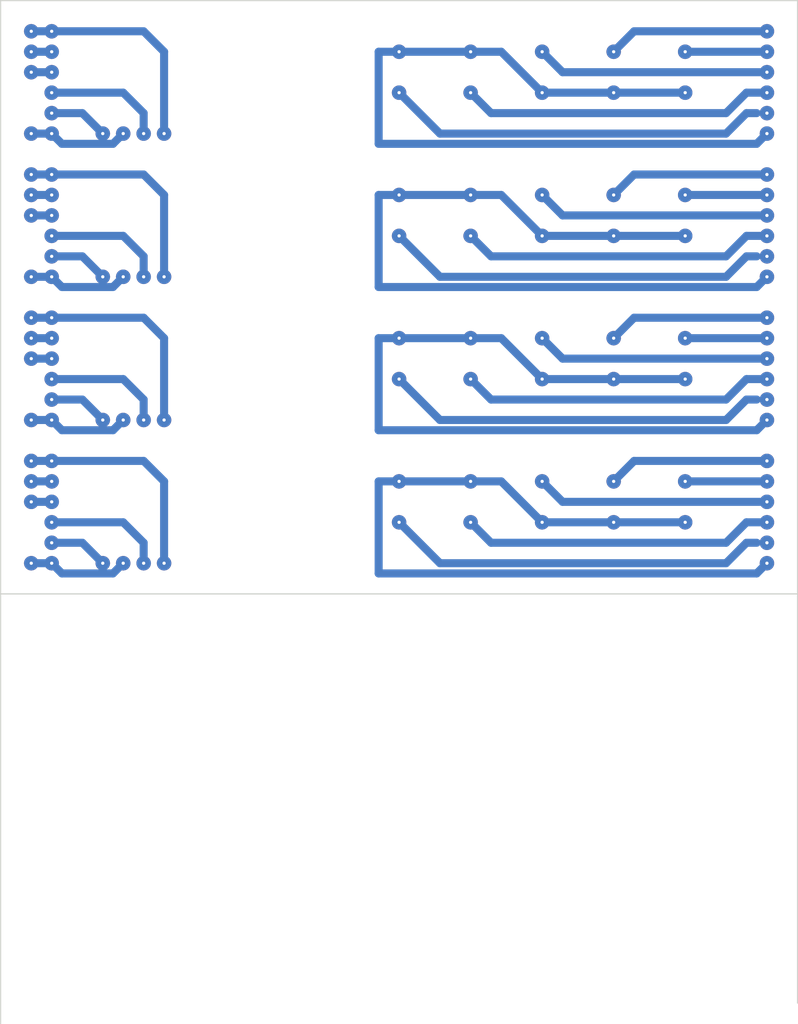
<source format=kicad_pcb>
(kicad_pcb (version 20171130) (host pcbnew "(5.0.1-3-g963ef8bb5)")

  (general
    (thickness 1.6)
    (drawings 5)
    (tracks 260)
    (zones 0)
    (modules 0)
    (nets 1)
  )

  (page A4)
  (layers
    (0 F.Cu signal)
    (31 B.Cu signal)
    (32 B.Adhes user)
    (33 F.Adhes user)
    (34 B.Paste user)
    (35 F.Paste user)
    (36 B.SilkS user)
    (37 F.SilkS user)
    (38 B.Mask user)
    (39 F.Mask user)
    (40 Dwgs.User user)
    (41 Cmts.User user)
    (42 Eco1.User user)
    (43 Eco2.User user)
    (44 Edge.Cuts user)
    (45 Margin user)
    (46 B.CrtYd user)
    (47 F.CrtYd user)
    (48 B.Fab user)
    (49 F.Fab user)
  )

  (setup
    (last_trace_width 1)
    (trace_clearance 0.2)
    (zone_clearance 0.508)
    (zone_45_only no)
    (trace_min 0.2)
    (segment_width 0.2)
    (edge_width 0.15)
    (via_size 1.8)
    (via_drill 0.4)
    (via_min_size 0.4)
    (via_min_drill 0.3)
    (uvia_size 0.3)
    (uvia_drill 0.1)
    (uvias_allowed no)
    (uvia_min_size 0.2)
    (uvia_min_drill 0.1)
    (pcb_text_width 0.3)
    (pcb_text_size 1.5 1.5)
    (mod_edge_width 0.15)
    (mod_text_size 1 1)
    (mod_text_width 0.15)
    (pad_size 1.524 1.524)
    (pad_drill 0.762)
    (pad_to_mask_clearance 0.051)
    (solder_mask_min_width 0.25)
    (aux_axis_origin 0 0)
    (visible_elements FFFFFF7F)
    (pcbplotparams
      (layerselection 0x010fc_ffffffff)
      (usegerberextensions false)
      (usegerberattributes false)
      (usegerberadvancedattributes false)
      (creategerberjobfile false)
      (excludeedgelayer true)
      (linewidth 0.150000)
      (plotframeref false)
      (viasonmask false)
      (mode 1)
      (useauxorigin false)
      (hpglpennumber 1)
      (hpglpenspeed 20)
      (hpglpendiameter 15.000000)
      (psnegative false)
      (psa4output false)
      (plotreference true)
      (plotvalue true)
      (plotinvisibletext false)
      (padsonsilk false)
      (subtractmaskfromsilk false)
      (outputformat 1)
      (mirror false)
      (drillshape 1)
      (scaleselection 1)
      (outputdirectory ""))
  )

  (net 0 "")

  (net_class Default "This is the default net class."
    (clearance 0.2)
    (trace_width 1)
    (via_dia 1.8)
    (via_drill 0.4)
    (uvia_dia 0.3)
    (uvia_drill 0.1)
  )

  (net_class neti ""
    (clearance 0.2)
    (trace_width 0.8)
    (via_dia 3)
    (via_drill 0.4)
    (uvia_dia 0.3)
    (uvia_drill 0.1)
  )

  (gr_line (start 57.15 91.44) (end 43.18 91.44) (layer Edge.Cuts) (width 0.15))
  (gr_line (start 57.15 91.44) (end 142.24 91.44) (layer Edge.Cuts) (width 0.15))
  (gr_line (start 142.24 17.78) (end 142.24 142.24) (layer Edge.Cuts) (width 0.15))
  (gr_line (start 43.18 17.78) (end 142.24 17.78) (layer Edge.Cuts) (width 0.15))
  (gr_line (start 43.18 144.78) (end 43.18 17.78) (layer Edge.Cuts) (width 0.15))

  (via (at 49.53 21.59) (size 1.8) (drill 0.4) (layers F.Cu B.Cu) (net 0))
  (via (at 49.53 24.13) (size 1.8) (drill 0.4) (layers F.Cu B.Cu) (net 0))
  (via (at 49.53 26.67) (size 1.8) (drill 0.4) (layers F.Cu B.Cu) (net 0))
  (via (at 49.53 29.21) (size 1.8) (drill 0.4) (layers F.Cu B.Cu) (net 0))
  (via (at 49.53 31.75) (size 1.8) (drill 0.4) (layers F.Cu B.Cu) (net 0))
  (via (at 49.53 34.29) (size 1.8) (drill 0.4) (layers F.Cu B.Cu) (net 0))
  (via (at 55.88 34.29) (size 1.8) (drill 0.4) (layers F.Cu B.Cu) (net 0))
  (via (at 58.42 34.29) (size 1.8) (drill 0.4) (layers F.Cu B.Cu) (net 0))
  (via (at 60.96 34.29) (size 1.8) (drill 0.4) (layers F.Cu B.Cu) (net 0))
  (via (at 63.5 34.29) (size 1.8) (drill 0.4) (layers F.Cu B.Cu) (net 0))
  (via (at 138.43 21.59) (size 1.8) (drill 0.4) (layers F.Cu B.Cu) (net 0))
  (via (at 138.43 24.13) (size 1.8) (drill 0.4) (layers F.Cu B.Cu) (net 0))
  (via (at 138.43 26.67) (size 1.8) (drill 0.4) (layers F.Cu B.Cu) (net 0))
  (via (at 138.43 29.21) (size 1.8) (drill 0.4) (layers F.Cu B.Cu) (net 0))
  (via (at 138.43 31.75) (size 1.8) (drill 0.4) (layers F.Cu B.Cu) (net 0))
  (via (at 138.43 34.29) (size 1.8) (drill 0.4) (layers F.Cu B.Cu) (net 0))
  (via (at 128.27 24.13) (size 1.8) (drill 0.4) (layers F.Cu B.Cu) (net 0))
  (via (at 119.38 24.13) (size 1.8) (drill 0.4) (layers F.Cu B.Cu) (net 0))
  (via (at 110.49 24.13) (size 1.8) (drill 0.4) (layers F.Cu B.Cu) (net 0))
  (via (at 101.6 24.13) (size 1.8) (drill 0.4) (layers F.Cu B.Cu) (net 0))
  (via (at 92.71 24.13) (size 1.8) (drill 0.4) (layers F.Cu B.Cu) (net 0))
  (via (at 128.27 29.21) (size 1.8) (drill 0.4) (layers F.Cu B.Cu) (net 0))
  (via (at 119.38 29.21) (size 1.8) (drill 0.4) (layers F.Cu B.Cu) (net 0))
  (via (at 110.49 29.21) (size 1.8) (drill 0.4) (layers F.Cu B.Cu) (net 0))
  (via (at 101.6 29.21) (size 1.8) (drill 0.4) (layers F.Cu B.Cu) (net 0))
  (via (at 92.71 29.21) (size 1.8) (drill 0.4) (layers F.Cu B.Cu) (net 0))
  (segment (start 138.43 24.13) (end 128.27 24.13) (width 1) (layer B.Cu) (net 0))
  (segment (start 138.43 21.59) (end 121.92 21.59) (width 1) (layer B.Cu) (net 0))
  (segment (start 121.92 21.59) (end 119.38 24.13) (width 1) (layer B.Cu) (net 0))
  (segment (start 138.43 26.67) (end 113.03 26.67) (width 1) (layer B.Cu) (net 0))
  (segment (start 113.03 26.67) (end 110.49 24.13) (width 1) (layer B.Cu) (net 0))
  (segment (start 105.41 24.13) (end 110.49 29.21) (width 1) (layer B.Cu) (net 0))
  (segment (start 101.6 24.13) (end 105.41 24.13) (width 1) (layer B.Cu) (net 0))
  (segment (start 110.49 29.21) (end 128.27 29.21) (width 1) (layer B.Cu) (net 0))
  (segment (start 104.14 31.75) (end 101.6 29.21) (width 1) (layer B.Cu) (net 0))
  (segment (start 133.35 31.75) (end 135.89 29.21) (width 1) (layer B.Cu) (net 0))
  (segment (start 133.35 31.75) (end 104.14 31.75) (width 1) (layer B.Cu) (net 0))
  (segment (start 135.89 29.21) (end 138.43 29.21) (width 1) (layer B.Cu) (net 0))
  (segment (start 137.16 31.75) (end 135.89 31.75) (width 1) (layer B.Cu) (net 0))
  (segment (start 135.89 31.75) (end 133.35 34.29) (width 1) (layer B.Cu) (net 0))
  (segment (start 97.79 34.29) (end 92.71 29.21) (width 1) (layer B.Cu) (net 0))
  (segment (start 133.35 34.29) (end 97.79 34.29) (width 1) (layer B.Cu) (net 0))
  (segment (start 137.16 35.56) (end 138.43 34.29) (width 1) (layer B.Cu) (net 0))
  (segment (start 90.17 35.56) (end 137.16 35.56) (width 1) (layer B.Cu) (net 0))
  (segment (start 90.17 24.13) (end 90.17 35.56) (width 1) (layer B.Cu) (net 0))
  (segment (start 101.6 24.13) (end 90.17 24.13) (width 1) (layer B.Cu) (net 0))
  (segment (start 49.53 21.59) (end 60.96 21.59) (width 1) (layer B.Cu) (net 0))
  (segment (start 60.96 21.59) (end 63.5 24.13) (width 1) (layer B.Cu) (net 0))
  (segment (start 63.5 24.13) (end 63.5 34.29) (width 1) (layer B.Cu) (net 0))
  (segment (start 49.53 29.21) (end 58.42 29.21) (width 1) (layer B.Cu) (net 0))
  (segment (start 58.42 29.21) (end 60.96 31.75) (width 1) (layer B.Cu) (net 0))
  (segment (start 60.96 31.75) (end 60.96 34.29) (width 1) (layer B.Cu) (net 0))
  (segment (start 49.53 31.75) (end 53.34 31.75) (width 1) (layer B.Cu) (net 0))
  (segment (start 53.34 31.75) (end 55.88 34.29) (width 1) (layer B.Cu) (net 0))
  (segment (start 50.8 35.56) (end 57.15 35.56) (width 1) (layer B.Cu) (net 0))
  (segment (start 58.42 34.29) (end 57.15 35.56) (width 1) (layer B.Cu) (net 0))
  (segment (start 50.8 35.56) (end 49.53 34.29) (width 1) (layer B.Cu) (net 0))
  (via (at 46.99 34.29) (size 1.8) (drill 0.4) (layers F.Cu B.Cu) (net 0))
  (via (at 46.99 26.67) (size 1.8) (drill 0.4) (layers F.Cu B.Cu) (net 0))
  (via (at 46.99 24.13) (size 1.8) (drill 0.4) (layers F.Cu B.Cu) (net 0))
  (via (at 46.99 21.59) (size 1.8) (drill 0.4) (layers F.Cu B.Cu) (net 0))
  (segment (start 46.99 21.59) (end 49.53 21.59) (width 1) (layer B.Cu) (net 0))
  (segment (start 46.99 24.13) (end 49.53 24.13) (width 1) (layer B.Cu) (net 0))
  (segment (start 46.99 26.67) (end 49.53 26.67) (width 1) (layer B.Cu) (net 0))
  (segment (start 46.99 34.29) (end 49.53 34.29) (width 1) (layer B.Cu) (net 0))
  (segment (start 46.99 39.37) (end 49.53 39.37) (width 1) (layer B.Cu) (net 0) (tstamp 5D065853))
  (via (at 46.99 52.07) (size 1.8) (drill 0.4) (layers F.Cu B.Cu) (net 0) (tstamp 5D065854))
  (segment (start 46.99 52.07) (end 49.53 52.07) (width 1) (layer B.Cu) (net 0) (tstamp 5D065855))
  (segment (start 138.43 41.91) (end 128.27 41.91) (width 1) (layer B.Cu) (net 0) (tstamp 5D065856))
  (segment (start 138.43 39.37) (end 121.92 39.37) (width 1) (layer B.Cu) (net 0) (tstamp 5D065857))
  (segment (start 121.92 39.37) (end 119.38 41.91) (width 1) (layer B.Cu) (net 0) (tstamp 5D065858))
  (segment (start 138.43 44.45) (end 113.03 44.45) (width 1) (layer B.Cu) (net 0) (tstamp 5D065859))
  (segment (start 113.03 44.45) (end 110.49 41.91) (width 1) (layer B.Cu) (net 0) (tstamp 5D06585A))
  (segment (start 105.41 41.91) (end 110.49 46.99) (width 1) (layer B.Cu) (net 0) (tstamp 5D06585B))
  (segment (start 101.6 41.91) (end 105.41 41.91) (width 1) (layer B.Cu) (net 0) (tstamp 5D06585C))
  (segment (start 110.49 46.99) (end 128.27 46.99) (width 1) (layer B.Cu) (net 0) (tstamp 5D06585D))
  (segment (start 104.14 49.53) (end 101.6 46.99) (width 1) (layer B.Cu) (net 0) (tstamp 5D06585E))
  (segment (start 133.35 49.53) (end 135.89 46.99) (width 1) (layer B.Cu) (net 0) (tstamp 5D06585F))
  (segment (start 133.35 49.53) (end 104.14 49.53) (width 1) (layer B.Cu) (net 0) (tstamp 5D065860))
  (segment (start 135.89 46.99) (end 138.43 46.99) (width 1) (layer B.Cu) (net 0) (tstamp 5D065861))
  (segment (start 137.16 49.53) (end 135.89 49.53) (width 1) (layer B.Cu) (net 0) (tstamp 5D065862))
  (segment (start 135.89 49.53) (end 133.35 52.07) (width 1) (layer B.Cu) (net 0) (tstamp 5D065863))
  (segment (start 97.79 52.07) (end 92.71 46.99) (width 1) (layer B.Cu) (net 0) (tstamp 5D065864))
  (segment (start 133.35 52.07) (end 97.79 52.07) (width 1) (layer B.Cu) (net 0) (tstamp 5D065865))
  (segment (start 137.16 53.34) (end 138.43 52.07) (width 1) (layer B.Cu) (net 0) (tstamp 5D065866))
  (segment (start 90.17 53.34) (end 137.16 53.34) (width 1) (layer B.Cu) (net 0) (tstamp 5D065867))
  (segment (start 90.17 41.91) (end 90.17 53.34) (width 1) (layer B.Cu) (net 0) (tstamp 5D065868))
  (segment (start 101.6 41.91) (end 90.17 41.91) (width 1) (layer B.Cu) (net 0) (tstamp 5D065869))
  (segment (start 49.53 39.37) (end 60.96 39.37) (width 1) (layer B.Cu) (net 0) (tstamp 5D06586A))
  (segment (start 60.96 39.37) (end 63.5 41.91) (width 1) (layer B.Cu) (net 0) (tstamp 5D06586B))
  (segment (start 63.5 41.91) (end 63.5 52.07) (width 1) (layer B.Cu) (net 0) (tstamp 5D06586C))
  (segment (start 49.53 46.99) (end 58.42 46.99) (width 1) (layer B.Cu) (net 0) (tstamp 5D06586D))
  (segment (start 58.42 46.99) (end 60.96 49.53) (width 1) (layer B.Cu) (net 0) (tstamp 5D06586E))
  (segment (start 60.96 49.53) (end 60.96 52.07) (width 1) (layer B.Cu) (net 0) (tstamp 5D06586F))
  (segment (start 49.53 49.53) (end 53.34 49.53) (width 1) (layer B.Cu) (net 0) (tstamp 5D065870))
  (segment (start 53.34 49.53) (end 55.88 52.07) (width 1) (layer B.Cu) (net 0) (tstamp 5D065871))
  (segment (start 50.8 53.34) (end 57.15 53.34) (width 1) (layer B.Cu) (net 0) (tstamp 5D065872))
  (segment (start 58.42 52.07) (end 57.15 53.34) (width 1) (layer B.Cu) (net 0) (tstamp 5D065873))
  (segment (start 50.8 53.34) (end 49.53 52.07) (width 1) (layer B.Cu) (net 0) (tstamp 5D065874))
  (via (at 46.99 41.91) (size 1.8) (drill 0.4) (layers F.Cu B.Cu) (net 0) (tstamp 5D065875))
  (via (at 46.99 44.45) (size 1.8) (drill 0.4) (layers F.Cu B.Cu) (net 0) (tstamp 5D065876))
  (via (at 49.53 39.37) (size 1.8) (drill 0.4) (layers F.Cu B.Cu) (net 0) (tstamp 5D065877))
  (via (at 49.53 41.91) (size 1.8) (drill 0.4) (layers F.Cu B.Cu) (net 0) (tstamp 5D065878))
  (via (at 49.53 44.45) (size 1.8) (drill 0.4) (layers F.Cu B.Cu) (net 0) (tstamp 5D065879))
  (via (at 49.53 46.99) (size 1.8) (drill 0.4) (layers F.Cu B.Cu) (net 0) (tstamp 5D06587A))
  (via (at 49.53 49.53) (size 1.8) (drill 0.4) (layers F.Cu B.Cu) (net 0) (tstamp 5D06587B))
  (via (at 49.53 52.07) (size 1.8) (drill 0.4) (layers F.Cu B.Cu) (net 0) (tstamp 5D06587C))
  (via (at 55.88 52.07) (size 1.8) (drill 0.4) (layers F.Cu B.Cu) (net 0) (tstamp 5D06587D))
  (via (at 58.42 52.07) (size 1.8) (drill 0.4) (layers F.Cu B.Cu) (net 0) (tstamp 5D06587E))
  (via (at 60.96 52.07) (size 1.8) (drill 0.4) (layers F.Cu B.Cu) (net 0) (tstamp 5D06587F))
  (via (at 63.5 52.07) (size 1.8) (drill 0.4) (layers F.Cu B.Cu) (net 0) (tstamp 5D065880))
  (via (at 138.43 39.37) (size 1.8) (drill 0.4) (layers F.Cu B.Cu) (net 0) (tstamp 5D065881))
  (via (at 138.43 41.91) (size 1.8) (drill 0.4) (layers F.Cu B.Cu) (net 0) (tstamp 5D065882))
  (via (at 138.43 44.45) (size 1.8) (drill 0.4) (layers F.Cu B.Cu) (net 0) (tstamp 5D065883))
  (via (at 138.43 46.99) (size 1.8) (drill 0.4) (layers F.Cu B.Cu) (net 0) (tstamp 5D065884))
  (via (at 138.43 49.53) (size 1.8) (drill 0.4) (layers F.Cu B.Cu) (net 0) (tstamp 5D065885))
  (via (at 138.43 52.07) (size 1.8) (drill 0.4) (layers F.Cu B.Cu) (net 0) (tstamp 5D065886))
  (via (at 128.27 41.91) (size 1.8) (drill 0.4) (layers F.Cu B.Cu) (net 0) (tstamp 5D065887))
  (via (at 119.38 41.91) (size 1.8) (drill 0.4) (layers F.Cu B.Cu) (net 0) (tstamp 5D065888))
  (via (at 110.49 41.91) (size 1.8) (drill 0.4) (layers F.Cu B.Cu) (net 0) (tstamp 5D065889))
  (via (at 101.6 41.91) (size 1.8) (drill 0.4) (layers F.Cu B.Cu) (net 0) (tstamp 5D06588A))
  (via (at 92.71 41.91) (size 1.8) (drill 0.4) (layers F.Cu B.Cu) (net 0) (tstamp 5D06588B))
  (via (at 128.27 46.99) (size 1.8) (drill 0.4) (layers F.Cu B.Cu) (net 0) (tstamp 5D06588C))
  (via (at 119.38 46.99) (size 1.8) (drill 0.4) (layers F.Cu B.Cu) (net 0) (tstamp 5D06588D))
  (via (at 110.49 46.99) (size 1.8) (drill 0.4) (layers F.Cu B.Cu) (net 0) (tstamp 5D06588E))
  (via (at 101.6 46.99) (size 1.8) (drill 0.4) (layers F.Cu B.Cu) (net 0) (tstamp 5D06588F))
  (via (at 92.71 46.99) (size 1.8) (drill 0.4) (layers F.Cu B.Cu) (net 0) (tstamp 5D065890))
  (segment (start 46.99 44.45) (end 49.53 44.45) (width 1) (layer B.Cu) (net 0) (tstamp 5D065891))
  (segment (start 46.99 41.91) (end 49.53 41.91) (width 1) (layer B.Cu) (net 0) (tstamp 5D065892))
  (via (at 46.99 39.37) (size 1.8) (drill 0.4) (layers F.Cu B.Cu) (net 0) (tstamp 5D065893))
  (segment (start 46.99 57.15) (end 49.53 57.15) (width 1) (layer B.Cu) (net 0) (tstamp 5D065853))
  (via (at 46.99 69.85) (size 1.8) (drill 0.4) (layers F.Cu B.Cu) (net 0) (tstamp 5D065854))
  (segment (start 46.99 69.85) (end 49.53 69.85) (width 1) (layer B.Cu) (net 0) (tstamp 5D065855))
  (segment (start 138.43 59.69) (end 128.27 59.69) (width 1) (layer B.Cu) (net 0) (tstamp 5D065856))
  (segment (start 138.43 57.15) (end 121.92 57.15) (width 1) (layer B.Cu) (net 0) (tstamp 5D065857))
  (segment (start 121.92 57.15) (end 119.38 59.69) (width 1) (layer B.Cu) (net 0) (tstamp 5D065858))
  (segment (start 138.43 62.23) (end 113.03 62.23) (width 1) (layer B.Cu) (net 0) (tstamp 5D065859))
  (segment (start 113.03 62.23) (end 110.49 59.69) (width 1) (layer B.Cu) (net 0) (tstamp 5D06585A))
  (segment (start 105.41 59.69) (end 110.49 64.77) (width 1) (layer B.Cu) (net 0) (tstamp 5D06585B))
  (segment (start 101.6 59.69) (end 105.41 59.69) (width 1) (layer B.Cu) (net 0) (tstamp 5D06585C))
  (segment (start 110.49 64.77) (end 128.27 64.77) (width 1) (layer B.Cu) (net 0) (tstamp 5D06585D))
  (segment (start 104.14 67.31) (end 101.6 64.77) (width 1) (layer B.Cu) (net 0) (tstamp 5D06585E))
  (segment (start 133.35 67.31) (end 135.89 64.77) (width 1) (layer B.Cu) (net 0) (tstamp 5D06585F))
  (segment (start 133.35 67.31) (end 104.14 67.31) (width 1) (layer B.Cu) (net 0) (tstamp 5D065860))
  (segment (start 135.89 64.77) (end 138.43 64.77) (width 1) (layer B.Cu) (net 0) (tstamp 5D065861))
  (segment (start 137.16 67.31) (end 135.89 67.31) (width 1) (layer B.Cu) (net 0) (tstamp 5D065862))
  (segment (start 135.89 67.31) (end 133.35 69.85) (width 1) (layer B.Cu) (net 0) (tstamp 5D065863))
  (segment (start 97.79 69.85) (end 92.71 64.77) (width 1) (layer B.Cu) (net 0) (tstamp 5D065864))
  (segment (start 133.35 69.85) (end 97.79 69.85) (width 1) (layer B.Cu) (net 0) (tstamp 5D065865))
  (segment (start 137.16 71.12) (end 138.43 69.85) (width 1) (layer B.Cu) (net 0) (tstamp 5D065866))
  (segment (start 90.17 71.12) (end 137.16 71.12) (width 1) (layer B.Cu) (net 0) (tstamp 5D065867))
  (segment (start 90.17 59.69) (end 90.17 71.12) (width 1) (layer B.Cu) (net 0) (tstamp 5D065868))
  (segment (start 101.6 59.69) (end 90.17 59.69) (width 1) (layer B.Cu) (net 0) (tstamp 5D065869))
  (segment (start 49.53 57.15) (end 60.96 57.15) (width 1) (layer B.Cu) (net 0) (tstamp 5D06586A))
  (segment (start 60.96 57.15) (end 63.5 59.69) (width 1) (layer B.Cu) (net 0) (tstamp 5D06586B))
  (segment (start 63.5 59.69) (end 63.5 69.85) (width 1) (layer B.Cu) (net 0) (tstamp 5D06586C))
  (segment (start 49.53 64.77) (end 58.42 64.77) (width 1) (layer B.Cu) (net 0) (tstamp 5D06586D))
  (segment (start 58.42 64.77) (end 60.96 67.31) (width 1) (layer B.Cu) (net 0) (tstamp 5D06586E))
  (segment (start 60.96 67.31) (end 60.96 69.85) (width 1) (layer B.Cu) (net 0) (tstamp 5D06586F))
  (segment (start 49.53 67.31) (end 53.34 67.31) (width 1) (layer B.Cu) (net 0) (tstamp 5D065870))
  (segment (start 53.34 67.31) (end 55.88 69.85) (width 1) (layer B.Cu) (net 0) (tstamp 5D065871))
  (segment (start 50.8 71.12) (end 57.15 71.12) (width 1) (layer B.Cu) (net 0) (tstamp 5D065872))
  (segment (start 58.42 69.85) (end 57.15 71.12) (width 1) (layer B.Cu) (net 0) (tstamp 5D065873))
  (segment (start 50.8 71.12) (end 49.53 69.85) (width 1) (layer B.Cu) (net 0) (tstamp 5D065874))
  (via (at 46.99 59.69) (size 1.8) (drill 0.4) (layers F.Cu B.Cu) (net 0) (tstamp 5D065875))
  (via (at 46.99 62.23) (size 1.8) (drill 0.4) (layers F.Cu B.Cu) (net 0) (tstamp 5D065876))
  (via (at 49.53 57.15) (size 1.8) (drill 0.4) (layers F.Cu B.Cu) (net 0) (tstamp 5D065877))
  (via (at 49.53 59.69) (size 1.8) (drill 0.4) (layers F.Cu B.Cu) (net 0) (tstamp 5D065878))
  (via (at 49.53 62.23) (size 1.8) (drill 0.4) (layers F.Cu B.Cu) (net 0) (tstamp 5D065879))
  (via (at 49.53 64.77) (size 1.8) (drill 0.4) (layers F.Cu B.Cu) (net 0) (tstamp 5D06587A))
  (via (at 49.53 67.31) (size 1.8) (drill 0.4) (layers F.Cu B.Cu) (net 0) (tstamp 5D06587B))
  (via (at 49.53 69.85) (size 1.8) (drill 0.4) (layers F.Cu B.Cu) (net 0) (tstamp 5D06587C))
  (via (at 55.88 69.85) (size 1.8) (drill 0.4) (layers F.Cu B.Cu) (net 0) (tstamp 5D06587D))
  (via (at 58.42 69.85) (size 1.8) (drill 0.4) (layers F.Cu B.Cu) (net 0) (tstamp 5D06587E))
  (via (at 60.96 69.85) (size 1.8) (drill 0.4) (layers F.Cu B.Cu) (net 0) (tstamp 5D06587F))
  (via (at 63.5 69.85) (size 1.8) (drill 0.4) (layers F.Cu B.Cu) (net 0) (tstamp 5D065880))
  (via (at 138.43 57.15) (size 1.8) (drill 0.4) (layers F.Cu B.Cu) (net 0) (tstamp 5D065881))
  (via (at 138.43 59.69) (size 1.8) (drill 0.4) (layers F.Cu B.Cu) (net 0) (tstamp 5D065882))
  (via (at 138.43 62.23) (size 1.8) (drill 0.4) (layers F.Cu B.Cu) (net 0) (tstamp 5D065883))
  (via (at 138.43 64.77) (size 1.8) (drill 0.4) (layers F.Cu B.Cu) (net 0) (tstamp 5D065884))
  (via (at 138.43 67.31) (size 1.8) (drill 0.4) (layers F.Cu B.Cu) (net 0) (tstamp 5D065885))
  (via (at 138.43 69.85) (size 1.8) (drill 0.4) (layers F.Cu B.Cu) (net 0) (tstamp 5D065886))
  (via (at 128.27 59.69) (size 1.8) (drill 0.4) (layers F.Cu B.Cu) (net 0) (tstamp 5D065887))
  (via (at 119.38 59.69) (size 1.8) (drill 0.4) (layers F.Cu B.Cu) (net 0) (tstamp 5D065888))
  (via (at 110.49 59.69) (size 1.8) (drill 0.4) (layers F.Cu B.Cu) (net 0) (tstamp 5D065889))
  (via (at 101.6 59.69) (size 1.8) (drill 0.4) (layers F.Cu B.Cu) (net 0) (tstamp 5D06588A))
  (via (at 92.71 59.69) (size 1.8) (drill 0.4) (layers F.Cu B.Cu) (net 0) (tstamp 5D06588B))
  (via (at 128.27 64.77) (size 1.8) (drill 0.4) (layers F.Cu B.Cu) (net 0) (tstamp 5D06588C))
  (via (at 119.38 64.77) (size 1.8) (drill 0.4) (layers F.Cu B.Cu) (net 0) (tstamp 5D06588D))
  (via (at 110.49 64.77) (size 1.8) (drill 0.4) (layers F.Cu B.Cu) (net 0) (tstamp 5D06588E))
  (via (at 101.6 64.77) (size 1.8) (drill 0.4) (layers F.Cu B.Cu) (net 0) (tstamp 5D06588F))
  (via (at 92.71 64.77) (size 1.8) (drill 0.4) (layers F.Cu B.Cu) (net 0) (tstamp 5D065890))
  (segment (start 46.99 62.23) (end 49.53 62.23) (width 1) (layer B.Cu) (net 0) (tstamp 5D065891))
  (segment (start 46.99 59.69) (end 49.53 59.69) (width 1) (layer B.Cu) (net 0) (tstamp 5D065892))
  (via (at 46.99 57.15) (size 1.8) (drill 0.4) (layers F.Cu B.Cu) (net 0) (tstamp 5D065893))
  (segment (start 46.99 74.93) (end 49.53 74.93) (width 1) (layer B.Cu) (net 0) (tstamp 5D065853))
  (via (at 46.99 87.63) (size 1.8) (drill 0.4) (layers F.Cu B.Cu) (net 0) (tstamp 5D065854))
  (segment (start 46.99 87.63) (end 49.53 87.63) (width 1) (layer B.Cu) (net 0) (tstamp 5D065855))
  (segment (start 138.43 77.47) (end 128.27 77.47) (width 1) (layer B.Cu) (net 0) (tstamp 5D065856))
  (segment (start 138.43 74.93) (end 121.92 74.93) (width 1) (layer B.Cu) (net 0) (tstamp 5D065857))
  (segment (start 121.92 74.93) (end 119.38 77.47) (width 1) (layer B.Cu) (net 0) (tstamp 5D065858))
  (segment (start 138.43 80.01) (end 113.03 80.01) (width 1) (layer B.Cu) (net 0) (tstamp 5D065859))
  (segment (start 113.03 80.01) (end 110.49 77.47) (width 1) (layer B.Cu) (net 0) (tstamp 5D06585A))
  (segment (start 105.41 77.47) (end 110.49 82.55) (width 1) (layer B.Cu) (net 0) (tstamp 5D06585B))
  (segment (start 101.6 77.47) (end 105.41 77.47) (width 1) (layer B.Cu) (net 0) (tstamp 5D06585C))
  (segment (start 110.49 82.55) (end 128.27 82.55) (width 1) (layer B.Cu) (net 0) (tstamp 5D06585D))
  (segment (start 104.14 85.09) (end 101.6 82.55) (width 1) (layer B.Cu) (net 0) (tstamp 5D06585E))
  (segment (start 133.35 85.09) (end 135.89 82.55) (width 1) (layer B.Cu) (net 0) (tstamp 5D06585F))
  (segment (start 133.35 85.09) (end 104.14 85.09) (width 1) (layer B.Cu) (net 0) (tstamp 5D065860))
  (segment (start 135.89 82.55) (end 138.43 82.55) (width 1) (layer B.Cu) (net 0) (tstamp 5D065861))
  (segment (start 137.16 85.09) (end 135.89 85.09) (width 1) (layer B.Cu) (net 0) (tstamp 5D065862))
  (segment (start 135.89 85.09) (end 133.35 87.63) (width 1) (layer B.Cu) (net 0) (tstamp 5D065863))
  (segment (start 97.79 87.63) (end 92.71 82.55) (width 1) (layer B.Cu) (net 0) (tstamp 5D065864))
  (segment (start 133.35 87.63) (end 97.79 87.63) (width 1) (layer B.Cu) (net 0) (tstamp 5D065865))
  (segment (start 137.16 88.9) (end 138.43 87.63) (width 1) (layer B.Cu) (net 0) (tstamp 5D065866))
  (segment (start 90.17 88.9) (end 137.16 88.9) (width 1) (layer B.Cu) (net 0) (tstamp 5D065867))
  (segment (start 90.17 77.47) (end 90.17 88.9) (width 1) (layer B.Cu) (net 0) (tstamp 5D065868))
  (segment (start 101.6 77.47) (end 90.17 77.47) (width 1) (layer B.Cu) (net 0) (tstamp 5D065869))
  (segment (start 49.53 74.93) (end 60.96 74.93) (width 1) (layer B.Cu) (net 0) (tstamp 5D06586A))
  (segment (start 60.96 74.93) (end 63.5 77.47) (width 1) (layer B.Cu) (net 0) (tstamp 5D06586B))
  (segment (start 63.5 77.47) (end 63.5 87.63) (width 1) (layer B.Cu) (net 0) (tstamp 5D06586C))
  (segment (start 49.53 82.55) (end 58.42 82.55) (width 1) (layer B.Cu) (net 0) (tstamp 5D06586D))
  (segment (start 58.42 82.55) (end 60.96 85.09) (width 1) (layer B.Cu) (net 0) (tstamp 5D06586E))
  (segment (start 60.96 85.09) (end 60.96 87.63) (width 1) (layer B.Cu) (net 0) (tstamp 5D06586F))
  (segment (start 49.53 85.09) (end 53.34 85.09) (width 1) (layer B.Cu) (net 0) (tstamp 5D065870))
  (segment (start 53.34 85.09) (end 55.88 87.63) (width 1) (layer B.Cu) (net 0) (tstamp 5D065871))
  (segment (start 50.8 88.9) (end 57.15 88.9) (width 1) (layer B.Cu) (net 0) (tstamp 5D065872))
  (segment (start 58.42 87.63) (end 57.15 88.9) (width 1) (layer B.Cu) (net 0) (tstamp 5D065873))
  (segment (start 50.8 88.9) (end 49.53 87.63) (width 1) (layer B.Cu) (net 0) (tstamp 5D065874))
  (via (at 46.99 77.47) (size 1.8) (drill 0.4) (layers F.Cu B.Cu) (net 0) (tstamp 5D065875))
  (via (at 46.99 80.01) (size 1.8) (drill 0.4) (layers F.Cu B.Cu) (net 0) (tstamp 5D065876))
  (via (at 49.53 74.93) (size 1.8) (drill 0.4) (layers F.Cu B.Cu) (net 0) (tstamp 5D065877))
  (via (at 49.53 77.47) (size 1.8) (drill 0.4) (layers F.Cu B.Cu) (net 0) (tstamp 5D065878))
  (via (at 49.53 80.01) (size 1.8) (drill 0.4) (layers F.Cu B.Cu) (net 0) (tstamp 5D065879))
  (via (at 49.53 82.55) (size 1.8) (drill 0.4) (layers F.Cu B.Cu) (net 0) (tstamp 5D06587A))
  (via (at 49.53 85.09) (size 1.8) (drill 0.4) (layers F.Cu B.Cu) (net 0) (tstamp 5D06587B))
  (via (at 49.53 87.63) (size 1.8) (drill 0.4) (layers F.Cu B.Cu) (net 0) (tstamp 5D06587C))
  (via (at 55.88 87.63) (size 1.8) (drill 0.4) (layers F.Cu B.Cu) (net 0) (tstamp 5D06587D))
  (via (at 58.42 87.63) (size 1.8) (drill 0.4) (layers F.Cu B.Cu) (net 0) (tstamp 5D06587E))
  (via (at 60.96 87.63) (size 1.8) (drill 0.4) (layers F.Cu B.Cu) (net 0) (tstamp 5D06587F))
  (via (at 63.5 87.63) (size 1.8) (drill 0.4) (layers F.Cu B.Cu) (net 0) (tstamp 5D065880))
  (via (at 138.43 74.93) (size 1.8) (drill 0.4) (layers F.Cu B.Cu) (net 0) (tstamp 5D065881))
  (via (at 138.43 77.47) (size 1.8) (drill 0.4) (layers F.Cu B.Cu) (net 0) (tstamp 5D065882))
  (via (at 138.43 80.01) (size 1.8) (drill 0.4) (layers F.Cu B.Cu) (net 0) (tstamp 5D065883))
  (via (at 138.43 82.55) (size 1.8) (drill 0.4) (layers F.Cu B.Cu) (net 0) (tstamp 5D065884))
  (via (at 138.43 85.09) (size 1.8) (drill 0.4) (layers F.Cu B.Cu) (net 0) (tstamp 5D065885))
  (via (at 138.43 87.63) (size 1.8) (drill 0.4) (layers F.Cu B.Cu) (net 0) (tstamp 5D065886))
  (via (at 128.27 77.47) (size 1.8) (drill 0.4) (layers F.Cu B.Cu) (net 0) (tstamp 5D065887))
  (via (at 119.38 77.47) (size 1.8) (drill 0.4) (layers F.Cu B.Cu) (net 0) (tstamp 5D065888))
  (via (at 110.49 77.47) (size 1.8) (drill 0.4) (layers F.Cu B.Cu) (net 0) (tstamp 5D065889))
  (via (at 101.6 77.47) (size 1.8) (drill 0.4) (layers F.Cu B.Cu) (net 0) (tstamp 5D06588A))
  (via (at 92.71 77.47) (size 1.8) (drill 0.4) (layers F.Cu B.Cu) (net 0) (tstamp 5D06588B))
  (via (at 128.27 82.55) (size 1.8) (drill 0.4) (layers F.Cu B.Cu) (net 0) (tstamp 5D06588C))
  (via (at 119.38 82.55) (size 1.8) (drill 0.4) (layers F.Cu B.Cu) (net 0) (tstamp 5D06588D))
  (via (at 110.49 82.55) (size 1.8) (drill 0.4) (layers F.Cu B.Cu) (net 0) (tstamp 5D06588E))
  (via (at 101.6 82.55) (size 1.8) (drill 0.4) (layers F.Cu B.Cu) (net 0) (tstamp 5D06588F))
  (via (at 92.71 82.55) (size 1.8) (drill 0.4) (layers F.Cu B.Cu) (net 0) (tstamp 5D065890))
  (segment (start 46.99 80.01) (end 49.53 80.01) (width 1) (layer B.Cu) (net 0) (tstamp 5D065891))
  (segment (start 46.99 77.47) (end 49.53 77.47) (width 1) (layer B.Cu) (net 0) (tstamp 5D065892))
  (via (at 46.99 74.93) (size 1.8) (drill 0.4) (layers F.Cu B.Cu) (net 0) (tstamp 5D065893))

)

</source>
